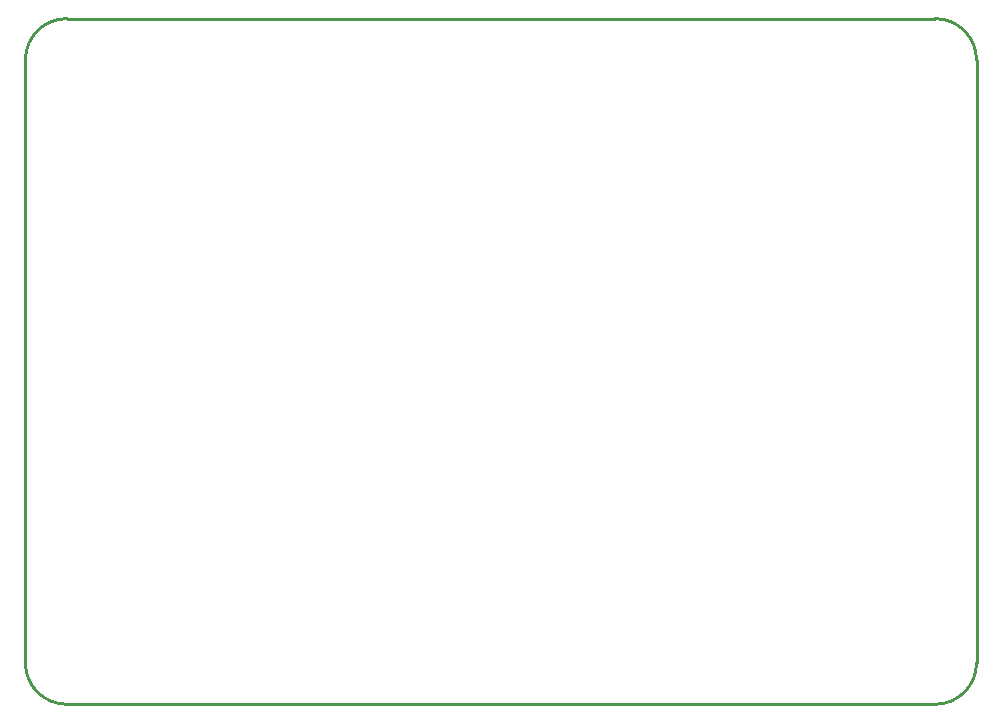
<source format=gko>
G04 Layer_Color=16711935*
%FSLAX44Y44*%
%MOMM*%
G71*
G01*
G75*
%ADD56C,0.2540*%
D56*
X316230Y650950D02*
G03*
X281230Y615950I0J-35000D01*
G01*
X1086560D02*
G03*
X1051560Y650950I-35000J0D01*
G01*
Y70410D02*
G03*
X1086560Y105410I0J35000D01*
G01*
X281230D02*
G03*
X316230Y70410I35000J0D01*
G01*
X1051560D01*
X1086560Y105410D02*
Y615950D01*
X316230Y650950D02*
X1051560D01*
X281230Y105410D02*
Y615950D01*
M02*

</source>
